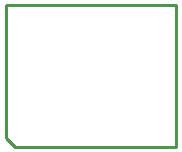
<source format=gbr>
G04 EAGLE Gerber RS-274X export*
G75*
%MOMM*%
%FSLAX34Y34*%
%LPD*%
%IN*%
%IPPOS*%
%AMOC8*
5,1,8,0,0,1.08239X$1,22.5*%
G01*
%ADD10C,0.254000*%


D10*
X0Y7620D02*
X7620Y0D01*
X144000Y0D01*
X144000Y120000D01*
X0Y120000D01*
X0Y7620D01*
M02*

</source>
